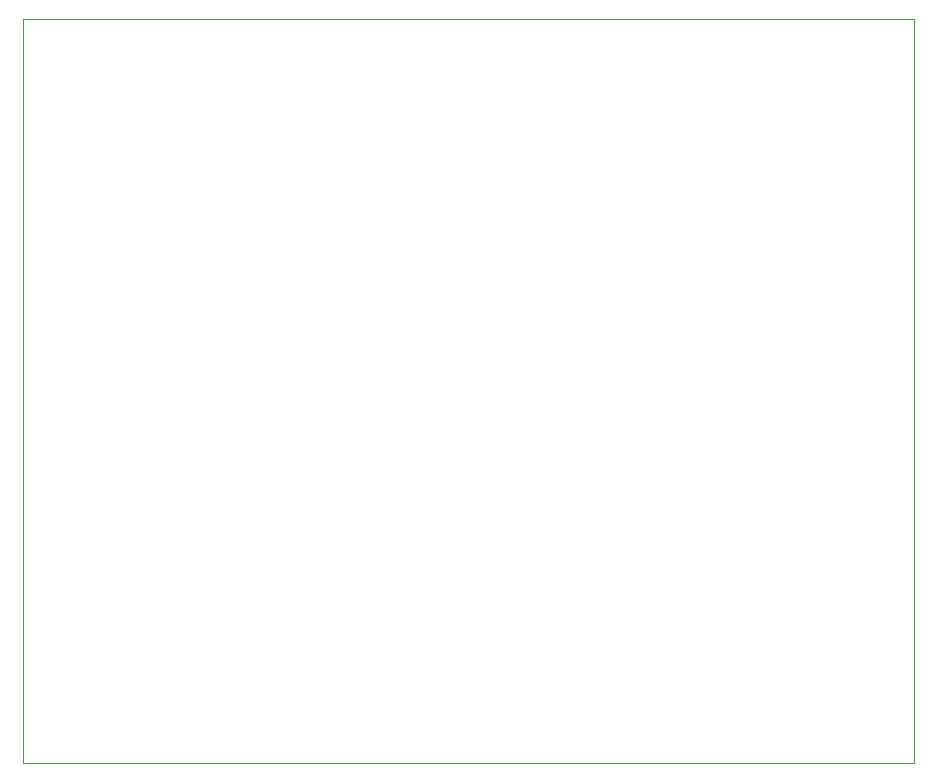
<source format=gbr>
G04 #@! TF.GenerationSoftware,KiCad,Pcbnew,(5.1.2)-2*
G04 #@! TF.CreationDate,2020-01-08T10:24:07+07:00*
G04 #@! TF.ProjectId,FPGA_PROJECT,46504741-5f50-4524-9f4a-4543542e6b69,rev?*
G04 #@! TF.SameCoordinates,Original*
G04 #@! TF.FileFunction,Profile,NP*
%FSLAX46Y46*%
G04 Gerber Fmt 4.6, Leading zero omitted, Abs format (unit mm)*
G04 Created by KiCad (PCBNEW (5.1.2)-2) date 2020-01-08 10:24:07*
%MOMM*%
%LPD*%
G04 APERTURE LIST*
%ADD10C,0.050000*%
G04 APERTURE END LIST*
D10*
X81534000Y-25654000D02*
X81534000Y-88646000D01*
X156972000Y-25654000D02*
X81534000Y-25654000D01*
X156972000Y-26416000D02*
X156972000Y-25654000D01*
X156972000Y-88646000D02*
X156972000Y-26416000D01*
X81534000Y-88646000D02*
X156972000Y-88646000D01*
M02*

</source>
